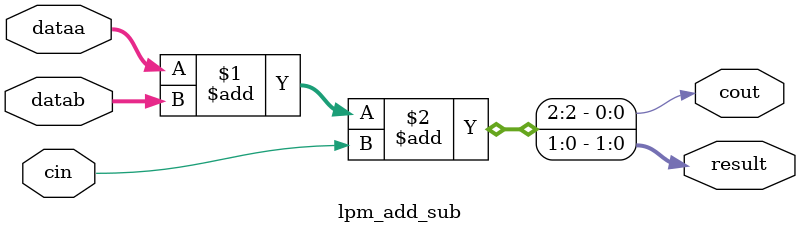
<source format=v>
module lpm_add_sub (dataa, datab, cin, cout, result);
	
	parameter lpm_width = 2;
	
	input [lpm_width - 1:0] dataa;
	input [lpm_width - 1:0] datab;
	input cin;

	output [lpm_width - 1:0] result;
	output cout;

	assign {cout, result} = dataa + datab + cin;
endmodule

</source>
